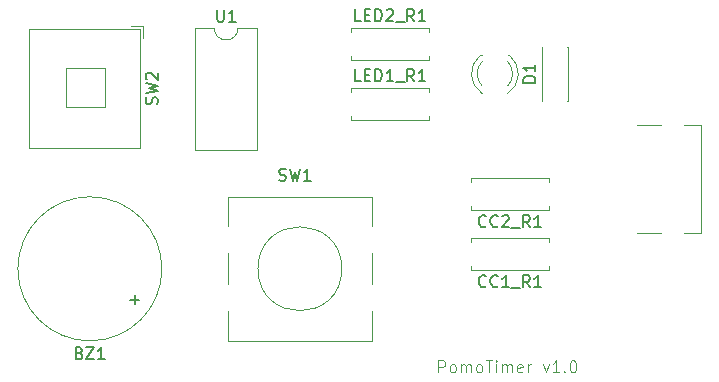
<source format=gto>
%TF.GenerationSoftware,KiCad,Pcbnew,8.0.8*%
%TF.CreationDate,2025-02-03T23:06:03+05:30*%
%TF.ProjectId,pomodoro_timer,706f6d6f-646f-4726-9f5f-74696d65722e,rev?*%
%TF.SameCoordinates,Original*%
%TF.FileFunction,Legend,Top*%
%TF.FilePolarity,Positive*%
%FSLAX46Y46*%
G04 Gerber Fmt 4.6, Leading zero omitted, Abs format (unit mm)*
G04 Created by KiCad (PCBNEW 8.0.8) date 2025-02-03 23:06:03*
%MOMM*%
%LPD*%
G01*
G04 APERTURE LIST*
%ADD10C,0.100000*%
%ADD11C,0.150000*%
%ADD12C,0.120000*%
G04 APERTURE END LIST*
D10*
X123493884Y-96392419D02*
X123493884Y-95392419D01*
X123493884Y-95392419D02*
X123874836Y-95392419D01*
X123874836Y-95392419D02*
X123970074Y-95440038D01*
X123970074Y-95440038D02*
X124017693Y-95487657D01*
X124017693Y-95487657D02*
X124065312Y-95582895D01*
X124065312Y-95582895D02*
X124065312Y-95725752D01*
X124065312Y-95725752D02*
X124017693Y-95820990D01*
X124017693Y-95820990D02*
X123970074Y-95868609D01*
X123970074Y-95868609D02*
X123874836Y-95916228D01*
X123874836Y-95916228D02*
X123493884Y-95916228D01*
X124636741Y-96392419D02*
X124541503Y-96344800D01*
X124541503Y-96344800D02*
X124493884Y-96297180D01*
X124493884Y-96297180D02*
X124446265Y-96201942D01*
X124446265Y-96201942D02*
X124446265Y-95916228D01*
X124446265Y-95916228D02*
X124493884Y-95820990D01*
X124493884Y-95820990D02*
X124541503Y-95773371D01*
X124541503Y-95773371D02*
X124636741Y-95725752D01*
X124636741Y-95725752D02*
X124779598Y-95725752D01*
X124779598Y-95725752D02*
X124874836Y-95773371D01*
X124874836Y-95773371D02*
X124922455Y-95820990D01*
X124922455Y-95820990D02*
X124970074Y-95916228D01*
X124970074Y-95916228D02*
X124970074Y-96201942D01*
X124970074Y-96201942D02*
X124922455Y-96297180D01*
X124922455Y-96297180D02*
X124874836Y-96344800D01*
X124874836Y-96344800D02*
X124779598Y-96392419D01*
X124779598Y-96392419D02*
X124636741Y-96392419D01*
X125398646Y-96392419D02*
X125398646Y-95725752D01*
X125398646Y-95820990D02*
X125446265Y-95773371D01*
X125446265Y-95773371D02*
X125541503Y-95725752D01*
X125541503Y-95725752D02*
X125684360Y-95725752D01*
X125684360Y-95725752D02*
X125779598Y-95773371D01*
X125779598Y-95773371D02*
X125827217Y-95868609D01*
X125827217Y-95868609D02*
X125827217Y-96392419D01*
X125827217Y-95868609D02*
X125874836Y-95773371D01*
X125874836Y-95773371D02*
X125970074Y-95725752D01*
X125970074Y-95725752D02*
X126112931Y-95725752D01*
X126112931Y-95725752D02*
X126208170Y-95773371D01*
X126208170Y-95773371D02*
X126255789Y-95868609D01*
X126255789Y-95868609D02*
X126255789Y-96392419D01*
X126874836Y-96392419D02*
X126779598Y-96344800D01*
X126779598Y-96344800D02*
X126731979Y-96297180D01*
X126731979Y-96297180D02*
X126684360Y-96201942D01*
X126684360Y-96201942D02*
X126684360Y-95916228D01*
X126684360Y-95916228D02*
X126731979Y-95820990D01*
X126731979Y-95820990D02*
X126779598Y-95773371D01*
X126779598Y-95773371D02*
X126874836Y-95725752D01*
X126874836Y-95725752D02*
X127017693Y-95725752D01*
X127017693Y-95725752D02*
X127112931Y-95773371D01*
X127112931Y-95773371D02*
X127160550Y-95820990D01*
X127160550Y-95820990D02*
X127208169Y-95916228D01*
X127208169Y-95916228D02*
X127208169Y-96201942D01*
X127208169Y-96201942D02*
X127160550Y-96297180D01*
X127160550Y-96297180D02*
X127112931Y-96344800D01*
X127112931Y-96344800D02*
X127017693Y-96392419D01*
X127017693Y-96392419D02*
X126874836Y-96392419D01*
X127493884Y-95392419D02*
X128065312Y-95392419D01*
X127779598Y-96392419D02*
X127779598Y-95392419D01*
X128398646Y-96392419D02*
X128398646Y-95725752D01*
X128398646Y-95392419D02*
X128351027Y-95440038D01*
X128351027Y-95440038D02*
X128398646Y-95487657D01*
X128398646Y-95487657D02*
X128446265Y-95440038D01*
X128446265Y-95440038D02*
X128398646Y-95392419D01*
X128398646Y-95392419D02*
X128398646Y-95487657D01*
X128874836Y-96392419D02*
X128874836Y-95725752D01*
X128874836Y-95820990D02*
X128922455Y-95773371D01*
X128922455Y-95773371D02*
X129017693Y-95725752D01*
X129017693Y-95725752D02*
X129160550Y-95725752D01*
X129160550Y-95725752D02*
X129255788Y-95773371D01*
X129255788Y-95773371D02*
X129303407Y-95868609D01*
X129303407Y-95868609D02*
X129303407Y-96392419D01*
X129303407Y-95868609D02*
X129351026Y-95773371D01*
X129351026Y-95773371D02*
X129446264Y-95725752D01*
X129446264Y-95725752D02*
X129589121Y-95725752D01*
X129589121Y-95725752D02*
X129684360Y-95773371D01*
X129684360Y-95773371D02*
X129731979Y-95868609D01*
X129731979Y-95868609D02*
X129731979Y-96392419D01*
X130589121Y-96344800D02*
X130493883Y-96392419D01*
X130493883Y-96392419D02*
X130303407Y-96392419D01*
X130303407Y-96392419D02*
X130208169Y-96344800D01*
X130208169Y-96344800D02*
X130160550Y-96249561D01*
X130160550Y-96249561D02*
X130160550Y-95868609D01*
X130160550Y-95868609D02*
X130208169Y-95773371D01*
X130208169Y-95773371D02*
X130303407Y-95725752D01*
X130303407Y-95725752D02*
X130493883Y-95725752D01*
X130493883Y-95725752D02*
X130589121Y-95773371D01*
X130589121Y-95773371D02*
X130636740Y-95868609D01*
X130636740Y-95868609D02*
X130636740Y-95963847D01*
X130636740Y-95963847D02*
X130160550Y-96059085D01*
X131065312Y-96392419D02*
X131065312Y-95725752D01*
X131065312Y-95916228D02*
X131112931Y-95820990D01*
X131112931Y-95820990D02*
X131160550Y-95773371D01*
X131160550Y-95773371D02*
X131255788Y-95725752D01*
X131255788Y-95725752D02*
X131351026Y-95725752D01*
X132351027Y-95725752D02*
X132589122Y-96392419D01*
X132589122Y-96392419D02*
X132827217Y-95725752D01*
X133731979Y-96392419D02*
X133160551Y-96392419D01*
X133446265Y-96392419D02*
X133446265Y-95392419D01*
X133446265Y-95392419D02*
X133351027Y-95535276D01*
X133351027Y-95535276D02*
X133255789Y-95630514D01*
X133255789Y-95630514D02*
X133160551Y-95678133D01*
X134160551Y-96297180D02*
X134208170Y-96344800D01*
X134208170Y-96344800D02*
X134160551Y-96392419D01*
X134160551Y-96392419D02*
X134112932Y-96344800D01*
X134112932Y-96344800D02*
X134160551Y-96297180D01*
X134160551Y-96297180D02*
X134160551Y-96392419D01*
X134827217Y-95392419D02*
X134922455Y-95392419D01*
X134922455Y-95392419D02*
X135017693Y-95440038D01*
X135017693Y-95440038D02*
X135065312Y-95487657D01*
X135065312Y-95487657D02*
X135112931Y-95582895D01*
X135112931Y-95582895D02*
X135160550Y-95773371D01*
X135160550Y-95773371D02*
X135160550Y-96011466D01*
X135160550Y-96011466D02*
X135112931Y-96201942D01*
X135112931Y-96201942D02*
X135065312Y-96297180D01*
X135065312Y-96297180D02*
X135017693Y-96344800D01*
X135017693Y-96344800D02*
X134922455Y-96392419D01*
X134922455Y-96392419D02*
X134827217Y-96392419D01*
X134827217Y-96392419D02*
X134731979Y-96344800D01*
X134731979Y-96344800D02*
X134684360Y-96297180D01*
X134684360Y-96297180D02*
X134636741Y-96201942D01*
X134636741Y-96201942D02*
X134589122Y-96011466D01*
X134589122Y-96011466D02*
X134589122Y-95773371D01*
X134589122Y-95773371D02*
X134636741Y-95582895D01*
X134636741Y-95582895D02*
X134684360Y-95487657D01*
X134684360Y-95487657D02*
X134731979Y-95440038D01*
X134731979Y-95440038D02*
X134827217Y-95392419D01*
D11*
X104748095Y-65704819D02*
X104748095Y-66514342D01*
X104748095Y-66514342D02*
X104795714Y-66609580D01*
X104795714Y-66609580D02*
X104843333Y-66657200D01*
X104843333Y-66657200D02*
X104938571Y-66704819D01*
X104938571Y-66704819D02*
X105129047Y-66704819D01*
X105129047Y-66704819D02*
X105224285Y-66657200D01*
X105224285Y-66657200D02*
X105271904Y-66609580D01*
X105271904Y-66609580D02*
X105319523Y-66514342D01*
X105319523Y-66514342D02*
X105319523Y-65704819D01*
X106319523Y-66704819D02*
X105748095Y-66704819D01*
X106033809Y-66704819D02*
X106033809Y-65704819D01*
X106033809Y-65704819D02*
X105938571Y-65847676D01*
X105938571Y-65847676D02*
X105843333Y-65942914D01*
X105843333Y-65942914D02*
X105748095Y-65990533D01*
X99677200Y-73683332D02*
X99724819Y-73540475D01*
X99724819Y-73540475D02*
X99724819Y-73302380D01*
X99724819Y-73302380D02*
X99677200Y-73207142D01*
X99677200Y-73207142D02*
X99629580Y-73159523D01*
X99629580Y-73159523D02*
X99534342Y-73111904D01*
X99534342Y-73111904D02*
X99439104Y-73111904D01*
X99439104Y-73111904D02*
X99343866Y-73159523D01*
X99343866Y-73159523D02*
X99296247Y-73207142D01*
X99296247Y-73207142D02*
X99248628Y-73302380D01*
X99248628Y-73302380D02*
X99201009Y-73492856D01*
X99201009Y-73492856D02*
X99153390Y-73588094D01*
X99153390Y-73588094D02*
X99105771Y-73635713D01*
X99105771Y-73635713D02*
X99010533Y-73683332D01*
X99010533Y-73683332D02*
X98915295Y-73683332D01*
X98915295Y-73683332D02*
X98820057Y-73635713D01*
X98820057Y-73635713D02*
X98772438Y-73588094D01*
X98772438Y-73588094D02*
X98724819Y-73492856D01*
X98724819Y-73492856D02*
X98724819Y-73254761D01*
X98724819Y-73254761D02*
X98772438Y-73111904D01*
X98724819Y-72778570D02*
X99724819Y-72540475D01*
X99724819Y-72540475D02*
X99010533Y-72349999D01*
X99010533Y-72349999D02*
X99724819Y-72159523D01*
X99724819Y-72159523D02*
X98724819Y-71921428D01*
X98820057Y-71588094D02*
X98772438Y-71540475D01*
X98772438Y-71540475D02*
X98724819Y-71445237D01*
X98724819Y-71445237D02*
X98724819Y-71207142D01*
X98724819Y-71207142D02*
X98772438Y-71111904D01*
X98772438Y-71111904D02*
X98820057Y-71064285D01*
X98820057Y-71064285D02*
X98915295Y-71016666D01*
X98915295Y-71016666D02*
X99010533Y-71016666D01*
X99010533Y-71016666D02*
X99153390Y-71064285D01*
X99153390Y-71064285D02*
X99724819Y-71635713D01*
X99724819Y-71635713D02*
X99724819Y-71016666D01*
X127516190Y-84009580D02*
X127468571Y-84057200D01*
X127468571Y-84057200D02*
X127325714Y-84104819D01*
X127325714Y-84104819D02*
X127230476Y-84104819D01*
X127230476Y-84104819D02*
X127087619Y-84057200D01*
X127087619Y-84057200D02*
X126992381Y-83961961D01*
X126992381Y-83961961D02*
X126944762Y-83866723D01*
X126944762Y-83866723D02*
X126897143Y-83676247D01*
X126897143Y-83676247D02*
X126897143Y-83533390D01*
X126897143Y-83533390D02*
X126944762Y-83342914D01*
X126944762Y-83342914D02*
X126992381Y-83247676D01*
X126992381Y-83247676D02*
X127087619Y-83152438D01*
X127087619Y-83152438D02*
X127230476Y-83104819D01*
X127230476Y-83104819D02*
X127325714Y-83104819D01*
X127325714Y-83104819D02*
X127468571Y-83152438D01*
X127468571Y-83152438D02*
X127516190Y-83200057D01*
X128516190Y-84009580D02*
X128468571Y-84057200D01*
X128468571Y-84057200D02*
X128325714Y-84104819D01*
X128325714Y-84104819D02*
X128230476Y-84104819D01*
X128230476Y-84104819D02*
X128087619Y-84057200D01*
X128087619Y-84057200D02*
X127992381Y-83961961D01*
X127992381Y-83961961D02*
X127944762Y-83866723D01*
X127944762Y-83866723D02*
X127897143Y-83676247D01*
X127897143Y-83676247D02*
X127897143Y-83533390D01*
X127897143Y-83533390D02*
X127944762Y-83342914D01*
X127944762Y-83342914D02*
X127992381Y-83247676D01*
X127992381Y-83247676D02*
X128087619Y-83152438D01*
X128087619Y-83152438D02*
X128230476Y-83104819D01*
X128230476Y-83104819D02*
X128325714Y-83104819D01*
X128325714Y-83104819D02*
X128468571Y-83152438D01*
X128468571Y-83152438D02*
X128516190Y-83200057D01*
X128897143Y-83200057D02*
X128944762Y-83152438D01*
X128944762Y-83152438D02*
X129040000Y-83104819D01*
X129040000Y-83104819D02*
X129278095Y-83104819D01*
X129278095Y-83104819D02*
X129373333Y-83152438D01*
X129373333Y-83152438D02*
X129420952Y-83200057D01*
X129420952Y-83200057D02*
X129468571Y-83295295D01*
X129468571Y-83295295D02*
X129468571Y-83390533D01*
X129468571Y-83390533D02*
X129420952Y-83533390D01*
X129420952Y-83533390D02*
X128849524Y-84104819D01*
X128849524Y-84104819D02*
X129468571Y-84104819D01*
X129659048Y-84200057D02*
X130420952Y-84200057D01*
X131230476Y-84104819D02*
X130897143Y-83628628D01*
X130659048Y-84104819D02*
X130659048Y-83104819D01*
X130659048Y-83104819D02*
X131040000Y-83104819D01*
X131040000Y-83104819D02*
X131135238Y-83152438D01*
X131135238Y-83152438D02*
X131182857Y-83200057D01*
X131182857Y-83200057D02*
X131230476Y-83295295D01*
X131230476Y-83295295D02*
X131230476Y-83438152D01*
X131230476Y-83438152D02*
X131182857Y-83533390D01*
X131182857Y-83533390D02*
X131135238Y-83581009D01*
X131135238Y-83581009D02*
X131040000Y-83628628D01*
X131040000Y-83628628D02*
X130659048Y-83628628D01*
X132182857Y-84104819D02*
X131611429Y-84104819D01*
X131897143Y-84104819D02*
X131897143Y-83104819D01*
X131897143Y-83104819D02*
X131801905Y-83247676D01*
X131801905Y-83247676D02*
X131706667Y-83342914D01*
X131706667Y-83342914D02*
X131611429Y-83390533D01*
X110006667Y-80127200D02*
X110149524Y-80174819D01*
X110149524Y-80174819D02*
X110387619Y-80174819D01*
X110387619Y-80174819D02*
X110482857Y-80127200D01*
X110482857Y-80127200D02*
X110530476Y-80079580D01*
X110530476Y-80079580D02*
X110578095Y-79984342D01*
X110578095Y-79984342D02*
X110578095Y-79889104D01*
X110578095Y-79889104D02*
X110530476Y-79793866D01*
X110530476Y-79793866D02*
X110482857Y-79746247D01*
X110482857Y-79746247D02*
X110387619Y-79698628D01*
X110387619Y-79698628D02*
X110197143Y-79651009D01*
X110197143Y-79651009D02*
X110101905Y-79603390D01*
X110101905Y-79603390D02*
X110054286Y-79555771D01*
X110054286Y-79555771D02*
X110006667Y-79460533D01*
X110006667Y-79460533D02*
X110006667Y-79365295D01*
X110006667Y-79365295D02*
X110054286Y-79270057D01*
X110054286Y-79270057D02*
X110101905Y-79222438D01*
X110101905Y-79222438D02*
X110197143Y-79174819D01*
X110197143Y-79174819D02*
X110435238Y-79174819D01*
X110435238Y-79174819D02*
X110578095Y-79222438D01*
X110911429Y-79174819D02*
X111149524Y-80174819D01*
X111149524Y-80174819D02*
X111340000Y-79460533D01*
X111340000Y-79460533D02*
X111530476Y-80174819D01*
X111530476Y-80174819D02*
X111768572Y-79174819D01*
X112673333Y-80174819D02*
X112101905Y-80174819D01*
X112387619Y-80174819D02*
X112387619Y-79174819D01*
X112387619Y-79174819D02*
X112292381Y-79317676D01*
X112292381Y-79317676D02*
X112197143Y-79412914D01*
X112197143Y-79412914D02*
X112101905Y-79460533D01*
X116903809Y-71744819D02*
X116427619Y-71744819D01*
X116427619Y-71744819D02*
X116427619Y-70744819D01*
X117237143Y-71221009D02*
X117570476Y-71221009D01*
X117713333Y-71744819D02*
X117237143Y-71744819D01*
X117237143Y-71744819D02*
X117237143Y-70744819D01*
X117237143Y-70744819D02*
X117713333Y-70744819D01*
X118141905Y-71744819D02*
X118141905Y-70744819D01*
X118141905Y-70744819D02*
X118380000Y-70744819D01*
X118380000Y-70744819D02*
X118522857Y-70792438D01*
X118522857Y-70792438D02*
X118618095Y-70887676D01*
X118618095Y-70887676D02*
X118665714Y-70982914D01*
X118665714Y-70982914D02*
X118713333Y-71173390D01*
X118713333Y-71173390D02*
X118713333Y-71316247D01*
X118713333Y-71316247D02*
X118665714Y-71506723D01*
X118665714Y-71506723D02*
X118618095Y-71601961D01*
X118618095Y-71601961D02*
X118522857Y-71697200D01*
X118522857Y-71697200D02*
X118380000Y-71744819D01*
X118380000Y-71744819D02*
X118141905Y-71744819D01*
X119665714Y-71744819D02*
X119094286Y-71744819D01*
X119380000Y-71744819D02*
X119380000Y-70744819D01*
X119380000Y-70744819D02*
X119284762Y-70887676D01*
X119284762Y-70887676D02*
X119189524Y-70982914D01*
X119189524Y-70982914D02*
X119094286Y-71030533D01*
X119856191Y-71840057D02*
X120618095Y-71840057D01*
X121427619Y-71744819D02*
X121094286Y-71268628D01*
X120856191Y-71744819D02*
X120856191Y-70744819D01*
X120856191Y-70744819D02*
X121237143Y-70744819D01*
X121237143Y-70744819D02*
X121332381Y-70792438D01*
X121332381Y-70792438D02*
X121380000Y-70840057D01*
X121380000Y-70840057D02*
X121427619Y-70935295D01*
X121427619Y-70935295D02*
X121427619Y-71078152D01*
X121427619Y-71078152D02*
X121380000Y-71173390D01*
X121380000Y-71173390D02*
X121332381Y-71221009D01*
X121332381Y-71221009D02*
X121237143Y-71268628D01*
X121237143Y-71268628D02*
X120856191Y-71268628D01*
X122380000Y-71744819D02*
X121808572Y-71744819D01*
X122094286Y-71744819D02*
X122094286Y-70744819D01*
X122094286Y-70744819D02*
X121999048Y-70887676D01*
X121999048Y-70887676D02*
X121903810Y-70982914D01*
X121903810Y-70982914D02*
X121808572Y-71030533D01*
X131684819Y-71858094D02*
X130684819Y-71858094D01*
X130684819Y-71858094D02*
X130684819Y-71619999D01*
X130684819Y-71619999D02*
X130732438Y-71477142D01*
X130732438Y-71477142D02*
X130827676Y-71381904D01*
X130827676Y-71381904D02*
X130922914Y-71334285D01*
X130922914Y-71334285D02*
X131113390Y-71286666D01*
X131113390Y-71286666D02*
X131256247Y-71286666D01*
X131256247Y-71286666D02*
X131446723Y-71334285D01*
X131446723Y-71334285D02*
X131541961Y-71381904D01*
X131541961Y-71381904D02*
X131637200Y-71477142D01*
X131637200Y-71477142D02*
X131684819Y-71619999D01*
X131684819Y-71619999D02*
X131684819Y-71858094D01*
X131684819Y-70334285D02*
X131684819Y-70905713D01*
X131684819Y-70619999D02*
X130684819Y-70619999D01*
X130684819Y-70619999D02*
X130827676Y-70715237D01*
X130827676Y-70715237D02*
X130922914Y-70810475D01*
X130922914Y-70810475D02*
X130970533Y-70905713D01*
X116903809Y-66664819D02*
X116427619Y-66664819D01*
X116427619Y-66664819D02*
X116427619Y-65664819D01*
X117237143Y-66141009D02*
X117570476Y-66141009D01*
X117713333Y-66664819D02*
X117237143Y-66664819D01*
X117237143Y-66664819D02*
X117237143Y-65664819D01*
X117237143Y-65664819D02*
X117713333Y-65664819D01*
X118141905Y-66664819D02*
X118141905Y-65664819D01*
X118141905Y-65664819D02*
X118380000Y-65664819D01*
X118380000Y-65664819D02*
X118522857Y-65712438D01*
X118522857Y-65712438D02*
X118618095Y-65807676D01*
X118618095Y-65807676D02*
X118665714Y-65902914D01*
X118665714Y-65902914D02*
X118713333Y-66093390D01*
X118713333Y-66093390D02*
X118713333Y-66236247D01*
X118713333Y-66236247D02*
X118665714Y-66426723D01*
X118665714Y-66426723D02*
X118618095Y-66521961D01*
X118618095Y-66521961D02*
X118522857Y-66617200D01*
X118522857Y-66617200D02*
X118380000Y-66664819D01*
X118380000Y-66664819D02*
X118141905Y-66664819D01*
X119094286Y-65760057D02*
X119141905Y-65712438D01*
X119141905Y-65712438D02*
X119237143Y-65664819D01*
X119237143Y-65664819D02*
X119475238Y-65664819D01*
X119475238Y-65664819D02*
X119570476Y-65712438D01*
X119570476Y-65712438D02*
X119618095Y-65760057D01*
X119618095Y-65760057D02*
X119665714Y-65855295D01*
X119665714Y-65855295D02*
X119665714Y-65950533D01*
X119665714Y-65950533D02*
X119618095Y-66093390D01*
X119618095Y-66093390D02*
X119046667Y-66664819D01*
X119046667Y-66664819D02*
X119665714Y-66664819D01*
X119856191Y-66760057D02*
X120618095Y-66760057D01*
X121427619Y-66664819D02*
X121094286Y-66188628D01*
X120856191Y-66664819D02*
X120856191Y-65664819D01*
X120856191Y-65664819D02*
X121237143Y-65664819D01*
X121237143Y-65664819D02*
X121332381Y-65712438D01*
X121332381Y-65712438D02*
X121380000Y-65760057D01*
X121380000Y-65760057D02*
X121427619Y-65855295D01*
X121427619Y-65855295D02*
X121427619Y-65998152D01*
X121427619Y-65998152D02*
X121380000Y-66093390D01*
X121380000Y-66093390D02*
X121332381Y-66141009D01*
X121332381Y-66141009D02*
X121237143Y-66188628D01*
X121237143Y-66188628D02*
X120856191Y-66188628D01*
X122380000Y-66664819D02*
X121808572Y-66664819D01*
X122094286Y-66664819D02*
X122094286Y-65664819D01*
X122094286Y-65664819D02*
X121999048Y-65807676D01*
X121999048Y-65807676D02*
X121903810Y-65902914D01*
X121903810Y-65902914D02*
X121808572Y-65950533D01*
X127516190Y-89089580D02*
X127468571Y-89137200D01*
X127468571Y-89137200D02*
X127325714Y-89184819D01*
X127325714Y-89184819D02*
X127230476Y-89184819D01*
X127230476Y-89184819D02*
X127087619Y-89137200D01*
X127087619Y-89137200D02*
X126992381Y-89041961D01*
X126992381Y-89041961D02*
X126944762Y-88946723D01*
X126944762Y-88946723D02*
X126897143Y-88756247D01*
X126897143Y-88756247D02*
X126897143Y-88613390D01*
X126897143Y-88613390D02*
X126944762Y-88422914D01*
X126944762Y-88422914D02*
X126992381Y-88327676D01*
X126992381Y-88327676D02*
X127087619Y-88232438D01*
X127087619Y-88232438D02*
X127230476Y-88184819D01*
X127230476Y-88184819D02*
X127325714Y-88184819D01*
X127325714Y-88184819D02*
X127468571Y-88232438D01*
X127468571Y-88232438D02*
X127516190Y-88280057D01*
X128516190Y-89089580D02*
X128468571Y-89137200D01*
X128468571Y-89137200D02*
X128325714Y-89184819D01*
X128325714Y-89184819D02*
X128230476Y-89184819D01*
X128230476Y-89184819D02*
X128087619Y-89137200D01*
X128087619Y-89137200D02*
X127992381Y-89041961D01*
X127992381Y-89041961D02*
X127944762Y-88946723D01*
X127944762Y-88946723D02*
X127897143Y-88756247D01*
X127897143Y-88756247D02*
X127897143Y-88613390D01*
X127897143Y-88613390D02*
X127944762Y-88422914D01*
X127944762Y-88422914D02*
X127992381Y-88327676D01*
X127992381Y-88327676D02*
X128087619Y-88232438D01*
X128087619Y-88232438D02*
X128230476Y-88184819D01*
X128230476Y-88184819D02*
X128325714Y-88184819D01*
X128325714Y-88184819D02*
X128468571Y-88232438D01*
X128468571Y-88232438D02*
X128516190Y-88280057D01*
X129468571Y-89184819D02*
X128897143Y-89184819D01*
X129182857Y-89184819D02*
X129182857Y-88184819D01*
X129182857Y-88184819D02*
X129087619Y-88327676D01*
X129087619Y-88327676D02*
X128992381Y-88422914D01*
X128992381Y-88422914D02*
X128897143Y-88470533D01*
X129659048Y-89280057D02*
X130420952Y-89280057D01*
X131230476Y-89184819D02*
X130897143Y-88708628D01*
X130659048Y-89184819D02*
X130659048Y-88184819D01*
X130659048Y-88184819D02*
X131040000Y-88184819D01*
X131040000Y-88184819D02*
X131135238Y-88232438D01*
X131135238Y-88232438D02*
X131182857Y-88280057D01*
X131182857Y-88280057D02*
X131230476Y-88375295D01*
X131230476Y-88375295D02*
X131230476Y-88518152D01*
X131230476Y-88518152D02*
X131182857Y-88613390D01*
X131182857Y-88613390D02*
X131135238Y-88661009D01*
X131135238Y-88661009D02*
X131040000Y-88708628D01*
X131040000Y-88708628D02*
X130659048Y-88708628D01*
X132182857Y-89184819D02*
X131611429Y-89184819D01*
X131897143Y-89184819D02*
X131897143Y-88184819D01*
X131897143Y-88184819D02*
X131801905Y-88327676D01*
X131801905Y-88327676D02*
X131706667Y-88422914D01*
X131706667Y-88422914D02*
X131611429Y-88470533D01*
X93099047Y-94761009D02*
X93241904Y-94808628D01*
X93241904Y-94808628D02*
X93289523Y-94856247D01*
X93289523Y-94856247D02*
X93337142Y-94951485D01*
X93337142Y-94951485D02*
X93337142Y-95094342D01*
X93337142Y-95094342D02*
X93289523Y-95189580D01*
X93289523Y-95189580D02*
X93241904Y-95237200D01*
X93241904Y-95237200D02*
X93146666Y-95284819D01*
X93146666Y-95284819D02*
X92765714Y-95284819D01*
X92765714Y-95284819D02*
X92765714Y-94284819D01*
X92765714Y-94284819D02*
X93099047Y-94284819D01*
X93099047Y-94284819D02*
X93194285Y-94332438D01*
X93194285Y-94332438D02*
X93241904Y-94380057D01*
X93241904Y-94380057D02*
X93289523Y-94475295D01*
X93289523Y-94475295D02*
X93289523Y-94570533D01*
X93289523Y-94570533D02*
X93241904Y-94665771D01*
X93241904Y-94665771D02*
X93194285Y-94713390D01*
X93194285Y-94713390D02*
X93099047Y-94761009D01*
X93099047Y-94761009D02*
X92765714Y-94761009D01*
X93670476Y-94284819D02*
X94337142Y-94284819D01*
X94337142Y-94284819D02*
X93670476Y-95284819D01*
X93670476Y-95284819D02*
X94337142Y-95284819D01*
X95241904Y-95284819D02*
X94670476Y-95284819D01*
X94956190Y-95284819D02*
X94956190Y-94284819D01*
X94956190Y-94284819D02*
X94860952Y-94427676D01*
X94860952Y-94427676D02*
X94765714Y-94522914D01*
X94765714Y-94522914D02*
X94670476Y-94570533D01*
X97409048Y-90243866D02*
X98170953Y-90243866D01*
X97790000Y-90624819D02*
X97790000Y-89862914D01*
D12*
%TO.C,U1*%
X102860000Y-67250000D02*
X102860000Y-77530000D01*
X102860000Y-77530000D02*
X108160000Y-77530000D01*
X104510000Y-67250000D02*
X102860000Y-67250000D01*
X108160000Y-67250000D02*
X106510000Y-67250000D01*
X108160000Y-77530000D02*
X108160000Y-67250000D01*
X106510000Y-67250000D02*
G75*
G02*
X104510000Y-67250000I-1000000J0D01*
G01*
%TO.C,SW2*%
X88800000Y-67330000D02*
X98240000Y-67330000D01*
X88800000Y-77370000D02*
X88800000Y-67330000D01*
X88800000Y-77370000D02*
X98240000Y-77370000D01*
X91920000Y-73950000D02*
X91920000Y-70650000D01*
X95220000Y-70650000D02*
X91920000Y-70650000D01*
X95220000Y-73950000D02*
X91920000Y-73950000D01*
X95220000Y-73950000D02*
X95220000Y-70650000D01*
X97490000Y-67080000D02*
X98490000Y-67080000D01*
X98240000Y-77370000D02*
X98240000Y-67330000D01*
X98490000Y-68080000D02*
X98490000Y-67080000D01*
%TO.C,CC2_R1*%
X126270000Y-79910000D02*
X126270000Y-80240000D01*
X126270000Y-82650000D02*
X126270000Y-82320000D01*
X132810000Y-79910000D02*
X126270000Y-79910000D01*
X132810000Y-80240000D02*
X132810000Y-79910000D01*
X132810000Y-82320000D02*
X132810000Y-82650000D01*
X132810000Y-82650000D02*
X126270000Y-82650000D01*
%TO.C,SW1*%
X105650000Y-81520000D02*
X105650000Y-84030000D01*
X105650000Y-81520000D02*
X117870000Y-81520000D01*
X105650000Y-86330000D02*
X105650000Y-88930000D01*
X105650000Y-91230000D02*
X105650000Y-93740000D01*
X117870000Y-81520000D02*
X117870000Y-84030000D01*
X117870000Y-86330000D02*
X117870000Y-88930000D01*
X117870000Y-91230000D02*
X117870000Y-93740000D01*
X117870000Y-93740000D02*
X105650000Y-93740000D01*
X115310000Y-87630000D02*
G75*
G02*
X108210000Y-87630000I-3550000J0D01*
G01*
X108210000Y-87630000D02*
G75*
G02*
X115310000Y-87630000I3550000J0D01*
G01*
%TO.C,LED1_R1*%
X116110000Y-72290000D02*
X122650000Y-72290000D01*
X116110000Y-72620000D02*
X116110000Y-72290000D01*
X116110000Y-74700000D02*
X116110000Y-75030000D01*
X116110000Y-75030000D02*
X122650000Y-75030000D01*
X122650000Y-72290000D02*
X122650000Y-72620000D01*
X122650000Y-75030000D02*
X122650000Y-74700000D01*
%TO.C,D1*%
X127190000Y-69560000D02*
X127034000Y-69560000D01*
X129506000Y-69560000D02*
X129350000Y-69560000D01*
X127189939Y-72791397D02*
G75*
G02*
X127034484Y-69560000I1080061J1671397D01*
G01*
X127189951Y-72160910D02*
G75*
G02*
X127190000Y-70079039I1080049J1040910D01*
G01*
X129350000Y-70079039D02*
G75*
G02*
X129350049Y-72160910I-1080000J-1040961D01*
G01*
X129505516Y-69560000D02*
G75*
G02*
X129350061Y-72791397I-1235516J-1560000D01*
G01*
%TO.C,C1*%
X132280000Y-68890000D02*
X132280000Y-73430000D01*
X132295000Y-68890000D02*
X132280000Y-68890000D01*
X132295000Y-73430000D02*
X132280000Y-73430000D01*
X134420000Y-68890000D02*
X134405000Y-68890000D01*
X134420000Y-68890000D02*
X134420000Y-73430000D01*
X134420000Y-73430000D02*
X134405000Y-73430000D01*
%TO.C,LED2_R1*%
X116110000Y-67210000D02*
X122650000Y-67210000D01*
X116110000Y-67540000D02*
X116110000Y-67210000D01*
X116110000Y-69620000D02*
X116110000Y-69950000D01*
X116110000Y-69950000D02*
X122650000Y-69950000D01*
X122650000Y-67210000D02*
X122650000Y-67540000D01*
X122650000Y-69950000D02*
X122650000Y-69620000D01*
%TO.C,CC1_R1*%
X126270000Y-84990000D02*
X126270000Y-85320000D01*
X126270000Y-87730000D02*
X126270000Y-87400000D01*
X132810000Y-84990000D02*
X126270000Y-84990000D01*
X132810000Y-85320000D02*
X132810000Y-84990000D01*
X132810000Y-87400000D02*
X132810000Y-87730000D01*
X132810000Y-87730000D02*
X126270000Y-87730000D01*
%TO.C,BZ1*%
X100080000Y-87630000D02*
G75*
G02*
X87880000Y-87630000I-6100000J0D01*
G01*
X87880000Y-87630000D02*
G75*
G02*
X100080000Y-87630000I6100000J0D01*
G01*
%TO.C,J1*%
X140340000Y-75430000D02*
X142340000Y-75430000D01*
X140340000Y-84590000D02*
X142340000Y-84590000D01*
X144240000Y-75430000D02*
X145750000Y-75430000D01*
X144240000Y-84590000D02*
X145750000Y-84590000D01*
X145750000Y-84590000D02*
X145750000Y-75430000D01*
%TD*%
M02*

</source>
